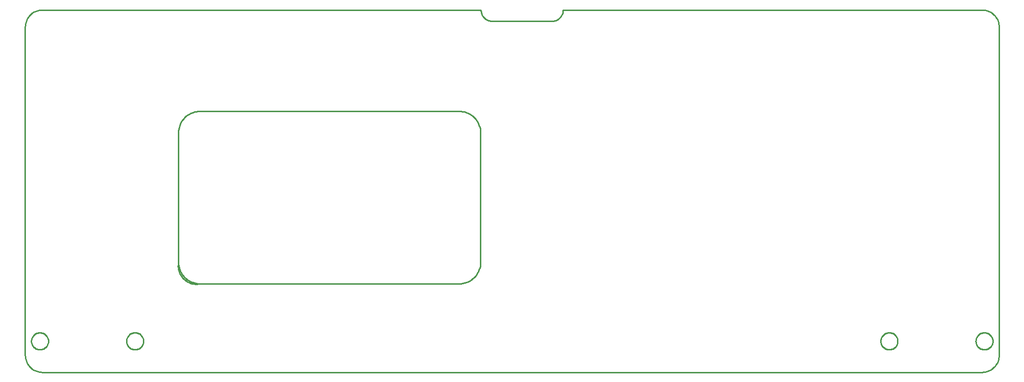
<source format=gko>
G04 EAGLE Gerber RS-274X export*
G75*
%MOMM*%
%FSLAX34Y34*%
%LPD*%
%IN*%
%IPPOS*%
%AMOC8*
5,1,8,0,0,1.08239X$1,22.5*%
G01*
%ADD10C,0.000000*%
%ADD11C,0.254000*%


D10*
X30000Y0D02*
X1690000Y0D01*
X0Y30000D02*
X0Y610000D01*
X30000Y640000D02*
X805000Y640000D01*
X950000Y640000D02*
X1690000Y640000D01*
X1720000Y610000D02*
X1720000Y30000D01*
X30000Y640000D02*
X29275Y639991D01*
X28551Y639965D01*
X27827Y639921D01*
X27105Y639860D01*
X26384Y639781D01*
X25665Y639685D01*
X24949Y639572D01*
X24236Y639441D01*
X23526Y639293D01*
X22821Y639128D01*
X22119Y638946D01*
X21422Y638747D01*
X20729Y638532D01*
X20043Y638299D01*
X19362Y638050D01*
X18687Y637785D01*
X18019Y637504D01*
X17358Y637206D01*
X16704Y636893D01*
X16058Y636564D01*
X15420Y636219D01*
X14791Y635859D01*
X14171Y635484D01*
X13560Y635094D01*
X12958Y634690D01*
X12366Y634271D01*
X11785Y633837D01*
X11214Y633390D01*
X10655Y632929D01*
X10106Y632455D01*
X9570Y631968D01*
X9045Y631468D01*
X8532Y630955D01*
X8032Y630430D01*
X7545Y629894D01*
X7071Y629345D01*
X6610Y628786D01*
X6163Y628215D01*
X5729Y627634D01*
X5310Y627042D01*
X4906Y626440D01*
X4516Y625829D01*
X4141Y625209D01*
X3781Y624580D01*
X3436Y623942D01*
X3107Y623296D01*
X2794Y622642D01*
X2496Y621981D01*
X2215Y621313D01*
X1950Y620638D01*
X1701Y619957D01*
X1468Y619271D01*
X1253Y618578D01*
X1054Y617881D01*
X872Y617179D01*
X707Y616474D01*
X559Y615764D01*
X428Y615051D01*
X315Y614335D01*
X219Y613616D01*
X140Y612895D01*
X79Y612173D01*
X35Y611449D01*
X9Y610725D01*
X0Y610000D01*
X1690000Y640000D02*
X1690725Y639991D01*
X1691449Y639965D01*
X1692173Y639921D01*
X1692895Y639860D01*
X1693616Y639781D01*
X1694335Y639685D01*
X1695051Y639572D01*
X1695764Y639441D01*
X1696474Y639293D01*
X1697179Y639128D01*
X1697881Y638946D01*
X1698578Y638747D01*
X1699271Y638532D01*
X1699957Y638299D01*
X1700638Y638050D01*
X1701313Y637785D01*
X1701981Y637504D01*
X1702642Y637206D01*
X1703296Y636893D01*
X1703942Y636564D01*
X1704580Y636219D01*
X1705209Y635859D01*
X1705829Y635484D01*
X1706440Y635094D01*
X1707042Y634690D01*
X1707634Y634271D01*
X1708215Y633837D01*
X1708786Y633390D01*
X1709345Y632929D01*
X1709894Y632455D01*
X1710430Y631968D01*
X1710955Y631468D01*
X1711468Y630955D01*
X1711968Y630430D01*
X1712455Y629894D01*
X1712929Y629345D01*
X1713390Y628786D01*
X1713837Y628215D01*
X1714271Y627634D01*
X1714690Y627042D01*
X1715094Y626440D01*
X1715484Y625829D01*
X1715859Y625209D01*
X1716219Y624580D01*
X1716564Y623942D01*
X1716893Y623296D01*
X1717206Y622642D01*
X1717504Y621981D01*
X1717785Y621313D01*
X1718050Y620638D01*
X1718299Y619957D01*
X1718532Y619271D01*
X1718747Y618578D01*
X1718946Y617881D01*
X1719128Y617179D01*
X1719293Y616474D01*
X1719441Y615764D01*
X1719572Y615051D01*
X1719685Y614335D01*
X1719781Y613616D01*
X1719860Y612895D01*
X1719921Y612173D01*
X1719965Y611449D01*
X1719991Y610725D01*
X1720000Y610000D01*
X30000Y0D02*
X29275Y9D01*
X28551Y35D01*
X27827Y79D01*
X27105Y140D01*
X26384Y219D01*
X25665Y315D01*
X24949Y428D01*
X24236Y559D01*
X23526Y707D01*
X22821Y872D01*
X22119Y1054D01*
X21422Y1253D01*
X20729Y1468D01*
X20043Y1701D01*
X19362Y1950D01*
X18687Y2215D01*
X18019Y2496D01*
X17358Y2794D01*
X16704Y3107D01*
X16058Y3436D01*
X15420Y3781D01*
X14791Y4141D01*
X14171Y4516D01*
X13560Y4906D01*
X12958Y5310D01*
X12366Y5729D01*
X11785Y6163D01*
X11214Y6610D01*
X10655Y7071D01*
X10106Y7545D01*
X9570Y8032D01*
X9045Y8532D01*
X8532Y9045D01*
X8032Y9570D01*
X7545Y10106D01*
X7071Y10655D01*
X6610Y11214D01*
X6163Y11785D01*
X5729Y12366D01*
X5310Y12958D01*
X4906Y13560D01*
X4516Y14171D01*
X4141Y14791D01*
X3781Y15420D01*
X3436Y16058D01*
X3107Y16704D01*
X2794Y17358D01*
X2496Y18019D01*
X2215Y18687D01*
X1950Y19362D01*
X1701Y20043D01*
X1468Y20729D01*
X1253Y21422D01*
X1054Y22119D01*
X872Y22821D01*
X707Y23526D01*
X559Y24236D01*
X428Y24949D01*
X315Y25665D01*
X219Y26384D01*
X140Y27105D01*
X79Y27827D01*
X35Y28551D01*
X9Y29275D01*
X0Y30000D01*
X1690000Y0D02*
X1690725Y9D01*
X1691449Y35D01*
X1692173Y79D01*
X1692895Y140D01*
X1693616Y219D01*
X1694335Y315D01*
X1695051Y428D01*
X1695764Y559D01*
X1696474Y707D01*
X1697179Y872D01*
X1697881Y1054D01*
X1698578Y1253D01*
X1699271Y1468D01*
X1699957Y1701D01*
X1700638Y1950D01*
X1701313Y2215D01*
X1701981Y2496D01*
X1702642Y2794D01*
X1703296Y3107D01*
X1703942Y3436D01*
X1704580Y3781D01*
X1705209Y4141D01*
X1705829Y4516D01*
X1706440Y4906D01*
X1707042Y5310D01*
X1707634Y5729D01*
X1708215Y6163D01*
X1708786Y6610D01*
X1709345Y7071D01*
X1709894Y7545D01*
X1710430Y8032D01*
X1710955Y8532D01*
X1711468Y9045D01*
X1711968Y9570D01*
X1712455Y10106D01*
X1712929Y10655D01*
X1713390Y11214D01*
X1713837Y11785D01*
X1714271Y12366D01*
X1714690Y12958D01*
X1715094Y13560D01*
X1715484Y14171D01*
X1715859Y14791D01*
X1716219Y15420D01*
X1716564Y16058D01*
X1716893Y16704D01*
X1717206Y17358D01*
X1717504Y18019D01*
X1717785Y18687D01*
X1718050Y19362D01*
X1718299Y20043D01*
X1718532Y20729D01*
X1718747Y21422D01*
X1718946Y22119D01*
X1719128Y22821D01*
X1719293Y23526D01*
X1719441Y24236D01*
X1719572Y24949D01*
X1719685Y25665D01*
X1719781Y26384D01*
X1719860Y27105D01*
X1719921Y27827D01*
X1719965Y28551D01*
X1719991Y29275D01*
X1720000Y30000D01*
X825000Y620000D02*
X824517Y620006D01*
X824034Y620023D01*
X823551Y620053D01*
X823070Y620093D01*
X822589Y620146D01*
X822110Y620210D01*
X821633Y620285D01*
X821157Y620373D01*
X820684Y620471D01*
X820214Y620581D01*
X819746Y620702D01*
X819281Y620835D01*
X818820Y620979D01*
X818362Y621134D01*
X817908Y621300D01*
X817458Y621477D01*
X817013Y621664D01*
X816572Y621863D01*
X816136Y622071D01*
X815706Y622291D01*
X815280Y622521D01*
X814861Y622761D01*
X814447Y623011D01*
X814040Y623271D01*
X813639Y623540D01*
X813244Y623820D01*
X812857Y624108D01*
X812476Y624407D01*
X812103Y624714D01*
X811738Y625030D01*
X811380Y625355D01*
X811030Y625688D01*
X810688Y626030D01*
X810355Y626380D01*
X810030Y626738D01*
X809714Y627103D01*
X809407Y627476D01*
X809108Y627857D01*
X808820Y628244D01*
X808540Y628639D01*
X808271Y629040D01*
X808011Y629447D01*
X807761Y629861D01*
X807521Y630280D01*
X807291Y630706D01*
X807071Y631136D01*
X806863Y631572D01*
X806664Y632013D01*
X806477Y632458D01*
X806300Y632908D01*
X806134Y633362D01*
X805979Y633820D01*
X805835Y634281D01*
X805702Y634746D01*
X805581Y635214D01*
X805471Y635684D01*
X805373Y636157D01*
X805285Y636633D01*
X805210Y637110D01*
X805146Y637589D01*
X805093Y638070D01*
X805053Y638551D01*
X805023Y639034D01*
X805006Y639517D01*
X805000Y640000D01*
X825000Y620000D02*
X930000Y620000D01*
X930483Y620006D01*
X930966Y620023D01*
X931449Y620053D01*
X931930Y620093D01*
X932411Y620146D01*
X932890Y620210D01*
X933367Y620285D01*
X933843Y620373D01*
X934316Y620471D01*
X934786Y620581D01*
X935254Y620702D01*
X935719Y620835D01*
X936180Y620979D01*
X936638Y621134D01*
X937092Y621300D01*
X937542Y621477D01*
X937987Y621664D01*
X938428Y621863D01*
X938864Y622071D01*
X939294Y622291D01*
X939720Y622521D01*
X940139Y622761D01*
X940553Y623011D01*
X940960Y623271D01*
X941361Y623540D01*
X941756Y623820D01*
X942143Y624108D01*
X942524Y624407D01*
X942897Y624714D01*
X943262Y625030D01*
X943620Y625355D01*
X943970Y625688D01*
X944312Y626030D01*
X944645Y626380D01*
X944970Y626738D01*
X945286Y627103D01*
X945593Y627476D01*
X945892Y627857D01*
X946180Y628244D01*
X946460Y628639D01*
X946729Y629040D01*
X946989Y629447D01*
X947239Y629861D01*
X947479Y630280D01*
X947709Y630706D01*
X947929Y631136D01*
X948137Y631572D01*
X948336Y632013D01*
X948523Y632458D01*
X948700Y632908D01*
X948866Y633362D01*
X949021Y633820D01*
X949165Y634281D01*
X949298Y634746D01*
X949419Y635214D01*
X949529Y635684D01*
X949627Y636157D01*
X949715Y636633D01*
X949790Y637110D01*
X949854Y637589D01*
X949907Y638070D01*
X949947Y638551D01*
X949977Y639034D01*
X949994Y639517D01*
X950000Y640000D01*
X766100Y461100D02*
X308900Y461100D01*
X270800Y423000D02*
X270800Y194400D01*
X308900Y156300D02*
X766100Y156300D01*
X804200Y194400D02*
X804200Y423000D01*
X308900Y461100D02*
X307979Y461089D01*
X307059Y461056D01*
X306140Y461000D01*
X305223Y460922D01*
X304308Y460822D01*
X303395Y460700D01*
X302486Y460556D01*
X301580Y460390D01*
X300679Y460202D01*
X299782Y459993D01*
X298891Y459762D01*
X298005Y459509D01*
X297126Y459235D01*
X296254Y458940D01*
X295390Y458624D01*
X294533Y458287D01*
X293684Y457930D01*
X292845Y457552D01*
X292014Y457154D01*
X291194Y456736D01*
X290384Y456298D01*
X289585Y455841D01*
X288797Y455365D01*
X288021Y454870D01*
X287257Y454356D01*
X286505Y453824D01*
X285767Y453273D01*
X285042Y452706D01*
X284332Y452120D01*
X283635Y451518D01*
X282953Y450899D01*
X282287Y450264D01*
X281636Y449613D01*
X281001Y448947D01*
X280382Y448265D01*
X279780Y447568D01*
X279194Y446858D01*
X278627Y446133D01*
X278076Y445395D01*
X277544Y444643D01*
X277030Y443879D01*
X276535Y443103D01*
X276059Y442315D01*
X275602Y441516D01*
X275164Y440706D01*
X274746Y439886D01*
X274348Y439055D01*
X273970Y438216D01*
X273613Y437367D01*
X273276Y436510D01*
X272960Y435646D01*
X272665Y434774D01*
X272391Y433895D01*
X272138Y433009D01*
X271907Y432118D01*
X271698Y431221D01*
X271510Y430320D01*
X271344Y429414D01*
X271200Y428505D01*
X271078Y427592D01*
X270978Y426677D01*
X270900Y425760D01*
X270844Y424841D01*
X270811Y423921D01*
X270800Y423000D01*
X766100Y461100D02*
X767021Y461089D01*
X767941Y461056D01*
X768860Y461000D01*
X769777Y460922D01*
X770692Y460822D01*
X771605Y460700D01*
X772514Y460556D01*
X773420Y460390D01*
X774321Y460202D01*
X775218Y459993D01*
X776109Y459762D01*
X776995Y459509D01*
X777874Y459235D01*
X778746Y458940D01*
X779610Y458624D01*
X780467Y458287D01*
X781316Y457930D01*
X782155Y457552D01*
X782986Y457154D01*
X783806Y456736D01*
X784616Y456298D01*
X785415Y455841D01*
X786203Y455365D01*
X786979Y454870D01*
X787743Y454356D01*
X788495Y453824D01*
X789233Y453273D01*
X789958Y452706D01*
X790668Y452120D01*
X791365Y451518D01*
X792047Y450899D01*
X792713Y450264D01*
X793364Y449613D01*
X793999Y448947D01*
X794618Y448265D01*
X795220Y447568D01*
X795806Y446858D01*
X796373Y446133D01*
X796924Y445395D01*
X797456Y444643D01*
X797970Y443879D01*
X798465Y443103D01*
X798941Y442315D01*
X799398Y441516D01*
X799836Y440706D01*
X800254Y439886D01*
X800652Y439055D01*
X801030Y438216D01*
X801387Y437367D01*
X801724Y436510D01*
X802040Y435646D01*
X802335Y434774D01*
X802609Y433895D01*
X802862Y433009D01*
X803093Y432118D01*
X803302Y431221D01*
X803490Y430320D01*
X803656Y429414D01*
X803800Y428505D01*
X803922Y427592D01*
X804022Y426677D01*
X804100Y425760D01*
X804156Y424841D01*
X804189Y423921D01*
X804200Y423000D01*
X804200Y194400D02*
X804189Y193479D01*
X804156Y192559D01*
X804100Y191640D01*
X804022Y190723D01*
X803922Y189808D01*
X803800Y188895D01*
X803656Y187986D01*
X803490Y187080D01*
X803302Y186179D01*
X803093Y185282D01*
X802862Y184391D01*
X802609Y183505D01*
X802335Y182626D01*
X802040Y181754D01*
X801724Y180890D01*
X801387Y180033D01*
X801030Y179184D01*
X800652Y178345D01*
X800254Y177514D01*
X799836Y176694D01*
X799398Y175884D01*
X798941Y175085D01*
X798465Y174297D01*
X797970Y173521D01*
X797456Y172757D01*
X796924Y172005D01*
X796373Y171267D01*
X795806Y170542D01*
X795220Y169832D01*
X794618Y169135D01*
X793999Y168453D01*
X793364Y167787D01*
X792713Y167136D01*
X792047Y166501D01*
X791365Y165882D01*
X790668Y165280D01*
X789958Y164694D01*
X789233Y164127D01*
X788495Y163576D01*
X787743Y163044D01*
X786979Y162530D01*
X786203Y162035D01*
X785415Y161559D01*
X784616Y161102D01*
X783806Y160664D01*
X782986Y160246D01*
X782155Y159848D01*
X781316Y159470D01*
X780467Y159113D01*
X779610Y158776D01*
X778746Y158460D01*
X777874Y158165D01*
X776995Y157891D01*
X776109Y157638D01*
X775218Y157407D01*
X774321Y157198D01*
X773420Y157010D01*
X772514Y156844D01*
X771605Y156700D01*
X770692Y156578D01*
X769777Y156478D01*
X768860Y156400D01*
X767941Y156344D01*
X767021Y156311D01*
X766100Y156300D01*
X308900Y156300D02*
X307979Y156311D01*
X307059Y156344D01*
X306140Y156400D01*
X305223Y156478D01*
X304308Y156578D01*
X303395Y156700D01*
X302486Y156844D01*
X301580Y157010D01*
X300679Y157198D01*
X299782Y157407D01*
X298891Y157638D01*
X298005Y157891D01*
X297126Y158165D01*
X296254Y158460D01*
X295390Y158776D01*
X294533Y159113D01*
X293684Y159470D01*
X292845Y159848D01*
X292014Y160246D01*
X291194Y160664D01*
X290384Y161102D01*
X289585Y161559D01*
X288797Y162035D01*
X288021Y162530D01*
X287257Y163044D01*
X286505Y163576D01*
X285767Y164127D01*
X285042Y164694D01*
X284332Y165280D01*
X283635Y165882D01*
X282953Y166501D01*
X282287Y167136D01*
X281636Y167787D01*
X281001Y168453D01*
X280382Y169135D01*
X279780Y169832D01*
X279194Y170542D01*
X278627Y171267D01*
X278076Y172005D01*
X277544Y172757D01*
X277030Y173521D01*
X276535Y174297D01*
X276059Y175085D01*
X275602Y175884D01*
X275164Y176694D01*
X274746Y177514D01*
X274348Y178345D01*
X273970Y179184D01*
X273613Y180033D01*
X273276Y180890D01*
X272960Y181754D01*
X272665Y182626D01*
X272391Y183505D01*
X272138Y184391D01*
X271907Y185282D01*
X271698Y186179D01*
X271510Y187080D01*
X271344Y187986D01*
X271200Y188895D01*
X271078Y189808D01*
X270978Y190723D01*
X270900Y191640D01*
X270844Y192559D01*
X270811Y193479D01*
X270800Y194400D01*
X179000Y54900D02*
X179005Y55268D01*
X179018Y55636D01*
X179041Y56003D01*
X179072Y56370D01*
X179113Y56736D01*
X179162Y57101D01*
X179221Y57464D01*
X179288Y57826D01*
X179364Y58187D01*
X179450Y58545D01*
X179543Y58901D01*
X179646Y59254D01*
X179757Y59605D01*
X179877Y59953D01*
X180005Y60298D01*
X180142Y60640D01*
X180287Y60979D01*
X180440Y61313D01*
X180602Y61644D01*
X180771Y61971D01*
X180949Y62293D01*
X181134Y62612D01*
X181327Y62925D01*
X181528Y63234D01*
X181736Y63537D01*
X181952Y63835D01*
X182175Y64128D01*
X182405Y64416D01*
X182642Y64698D01*
X182886Y64973D01*
X183136Y65243D01*
X183393Y65507D01*
X183657Y65764D01*
X183927Y66014D01*
X184202Y66258D01*
X184484Y66495D01*
X184772Y66725D01*
X185065Y66948D01*
X185363Y67164D01*
X185666Y67372D01*
X185975Y67573D01*
X186288Y67766D01*
X186607Y67951D01*
X186929Y68129D01*
X187256Y68298D01*
X187587Y68460D01*
X187921Y68613D01*
X188260Y68758D01*
X188602Y68895D01*
X188947Y69023D01*
X189295Y69143D01*
X189646Y69254D01*
X189999Y69357D01*
X190355Y69450D01*
X190713Y69536D01*
X191074Y69612D01*
X191436Y69679D01*
X191799Y69738D01*
X192164Y69787D01*
X192530Y69828D01*
X192897Y69859D01*
X193264Y69882D01*
X193632Y69895D01*
X194000Y69900D01*
X194368Y69895D01*
X194736Y69882D01*
X195103Y69859D01*
X195470Y69828D01*
X195836Y69787D01*
X196201Y69738D01*
X196564Y69679D01*
X196926Y69612D01*
X197287Y69536D01*
X197645Y69450D01*
X198001Y69357D01*
X198354Y69254D01*
X198705Y69143D01*
X199053Y69023D01*
X199398Y68895D01*
X199740Y68758D01*
X200079Y68613D01*
X200413Y68460D01*
X200744Y68298D01*
X201071Y68129D01*
X201393Y67951D01*
X201712Y67766D01*
X202025Y67573D01*
X202334Y67372D01*
X202637Y67164D01*
X202935Y66948D01*
X203228Y66725D01*
X203516Y66495D01*
X203798Y66258D01*
X204073Y66014D01*
X204343Y65764D01*
X204607Y65507D01*
X204864Y65243D01*
X205114Y64973D01*
X205358Y64698D01*
X205595Y64416D01*
X205825Y64128D01*
X206048Y63835D01*
X206264Y63537D01*
X206472Y63234D01*
X206673Y62925D01*
X206866Y62612D01*
X207051Y62293D01*
X207229Y61971D01*
X207398Y61644D01*
X207560Y61313D01*
X207713Y60979D01*
X207858Y60640D01*
X207995Y60298D01*
X208123Y59953D01*
X208243Y59605D01*
X208354Y59254D01*
X208457Y58901D01*
X208550Y58545D01*
X208636Y58187D01*
X208712Y57826D01*
X208779Y57464D01*
X208838Y57101D01*
X208887Y56736D01*
X208928Y56370D01*
X208959Y56003D01*
X208982Y55636D01*
X208995Y55268D01*
X209000Y54900D01*
X208995Y54532D01*
X208982Y54164D01*
X208959Y53797D01*
X208928Y53430D01*
X208887Y53064D01*
X208838Y52699D01*
X208779Y52336D01*
X208712Y51974D01*
X208636Y51613D01*
X208550Y51255D01*
X208457Y50899D01*
X208354Y50546D01*
X208243Y50195D01*
X208123Y49847D01*
X207995Y49502D01*
X207858Y49160D01*
X207713Y48821D01*
X207560Y48487D01*
X207398Y48156D01*
X207229Y47829D01*
X207051Y47507D01*
X206866Y47188D01*
X206673Y46875D01*
X206472Y46566D01*
X206264Y46263D01*
X206048Y45965D01*
X205825Y45672D01*
X205595Y45384D01*
X205358Y45102D01*
X205114Y44827D01*
X204864Y44557D01*
X204607Y44293D01*
X204343Y44036D01*
X204073Y43786D01*
X203798Y43542D01*
X203516Y43305D01*
X203228Y43075D01*
X202935Y42852D01*
X202637Y42636D01*
X202334Y42428D01*
X202025Y42227D01*
X201712Y42034D01*
X201393Y41849D01*
X201071Y41671D01*
X200744Y41502D01*
X200413Y41340D01*
X200079Y41187D01*
X199740Y41042D01*
X199398Y40905D01*
X199053Y40777D01*
X198705Y40657D01*
X198354Y40546D01*
X198001Y40443D01*
X197645Y40350D01*
X197287Y40264D01*
X196926Y40188D01*
X196564Y40121D01*
X196201Y40062D01*
X195836Y40013D01*
X195470Y39972D01*
X195103Y39941D01*
X194736Y39918D01*
X194368Y39905D01*
X194000Y39900D01*
X193632Y39905D01*
X193264Y39918D01*
X192897Y39941D01*
X192530Y39972D01*
X192164Y40013D01*
X191799Y40062D01*
X191436Y40121D01*
X191074Y40188D01*
X190713Y40264D01*
X190355Y40350D01*
X189999Y40443D01*
X189646Y40546D01*
X189295Y40657D01*
X188947Y40777D01*
X188602Y40905D01*
X188260Y41042D01*
X187921Y41187D01*
X187587Y41340D01*
X187256Y41502D01*
X186929Y41671D01*
X186607Y41849D01*
X186288Y42034D01*
X185975Y42227D01*
X185666Y42428D01*
X185363Y42636D01*
X185065Y42852D01*
X184772Y43075D01*
X184484Y43305D01*
X184202Y43542D01*
X183927Y43786D01*
X183657Y44036D01*
X183393Y44293D01*
X183136Y44557D01*
X182886Y44827D01*
X182642Y45102D01*
X182405Y45384D01*
X182175Y45672D01*
X181952Y45965D01*
X181736Y46263D01*
X181528Y46566D01*
X181327Y46875D01*
X181134Y47188D01*
X180949Y47507D01*
X180771Y47829D01*
X180602Y48156D01*
X180440Y48487D01*
X180287Y48821D01*
X180142Y49160D01*
X180005Y49502D01*
X179877Y49847D01*
X179757Y50195D01*
X179646Y50546D01*
X179543Y50899D01*
X179450Y51255D01*
X179364Y51613D01*
X179288Y51974D01*
X179221Y52336D01*
X179162Y52699D01*
X179113Y53064D01*
X179072Y53430D01*
X179041Y53797D01*
X179018Y54164D01*
X179005Y54532D01*
X179000Y54900D01*
X11000Y54900D02*
X11005Y55268D01*
X11018Y55636D01*
X11041Y56003D01*
X11072Y56370D01*
X11113Y56736D01*
X11162Y57101D01*
X11221Y57464D01*
X11288Y57826D01*
X11364Y58187D01*
X11450Y58545D01*
X11543Y58901D01*
X11646Y59254D01*
X11757Y59605D01*
X11877Y59953D01*
X12005Y60298D01*
X12142Y60640D01*
X12287Y60979D01*
X12440Y61313D01*
X12602Y61644D01*
X12771Y61971D01*
X12949Y62293D01*
X13134Y62612D01*
X13327Y62925D01*
X13528Y63234D01*
X13736Y63537D01*
X13952Y63835D01*
X14175Y64128D01*
X14405Y64416D01*
X14642Y64698D01*
X14886Y64973D01*
X15136Y65243D01*
X15393Y65507D01*
X15657Y65764D01*
X15927Y66014D01*
X16202Y66258D01*
X16484Y66495D01*
X16772Y66725D01*
X17065Y66948D01*
X17363Y67164D01*
X17666Y67372D01*
X17975Y67573D01*
X18288Y67766D01*
X18607Y67951D01*
X18929Y68129D01*
X19256Y68298D01*
X19587Y68460D01*
X19921Y68613D01*
X20260Y68758D01*
X20602Y68895D01*
X20947Y69023D01*
X21295Y69143D01*
X21646Y69254D01*
X21999Y69357D01*
X22355Y69450D01*
X22713Y69536D01*
X23074Y69612D01*
X23436Y69679D01*
X23799Y69738D01*
X24164Y69787D01*
X24530Y69828D01*
X24897Y69859D01*
X25264Y69882D01*
X25632Y69895D01*
X26000Y69900D01*
X26368Y69895D01*
X26736Y69882D01*
X27103Y69859D01*
X27470Y69828D01*
X27836Y69787D01*
X28201Y69738D01*
X28564Y69679D01*
X28926Y69612D01*
X29287Y69536D01*
X29645Y69450D01*
X30001Y69357D01*
X30354Y69254D01*
X30705Y69143D01*
X31053Y69023D01*
X31398Y68895D01*
X31740Y68758D01*
X32079Y68613D01*
X32413Y68460D01*
X32744Y68298D01*
X33071Y68129D01*
X33393Y67951D01*
X33712Y67766D01*
X34025Y67573D01*
X34334Y67372D01*
X34637Y67164D01*
X34935Y66948D01*
X35228Y66725D01*
X35516Y66495D01*
X35798Y66258D01*
X36073Y66014D01*
X36343Y65764D01*
X36607Y65507D01*
X36864Y65243D01*
X37114Y64973D01*
X37358Y64698D01*
X37595Y64416D01*
X37825Y64128D01*
X38048Y63835D01*
X38264Y63537D01*
X38472Y63234D01*
X38673Y62925D01*
X38866Y62612D01*
X39051Y62293D01*
X39229Y61971D01*
X39398Y61644D01*
X39560Y61313D01*
X39713Y60979D01*
X39858Y60640D01*
X39995Y60298D01*
X40123Y59953D01*
X40243Y59605D01*
X40354Y59254D01*
X40457Y58901D01*
X40550Y58545D01*
X40636Y58187D01*
X40712Y57826D01*
X40779Y57464D01*
X40838Y57101D01*
X40887Y56736D01*
X40928Y56370D01*
X40959Y56003D01*
X40982Y55636D01*
X40995Y55268D01*
X41000Y54900D01*
X40995Y54532D01*
X40982Y54164D01*
X40959Y53797D01*
X40928Y53430D01*
X40887Y53064D01*
X40838Y52699D01*
X40779Y52336D01*
X40712Y51974D01*
X40636Y51613D01*
X40550Y51255D01*
X40457Y50899D01*
X40354Y50546D01*
X40243Y50195D01*
X40123Y49847D01*
X39995Y49502D01*
X39858Y49160D01*
X39713Y48821D01*
X39560Y48487D01*
X39398Y48156D01*
X39229Y47829D01*
X39051Y47507D01*
X38866Y47188D01*
X38673Y46875D01*
X38472Y46566D01*
X38264Y46263D01*
X38048Y45965D01*
X37825Y45672D01*
X37595Y45384D01*
X37358Y45102D01*
X37114Y44827D01*
X36864Y44557D01*
X36607Y44293D01*
X36343Y44036D01*
X36073Y43786D01*
X35798Y43542D01*
X35516Y43305D01*
X35228Y43075D01*
X34935Y42852D01*
X34637Y42636D01*
X34334Y42428D01*
X34025Y42227D01*
X33712Y42034D01*
X33393Y41849D01*
X33071Y41671D01*
X32744Y41502D01*
X32413Y41340D01*
X32079Y41187D01*
X31740Y41042D01*
X31398Y40905D01*
X31053Y40777D01*
X30705Y40657D01*
X30354Y40546D01*
X30001Y40443D01*
X29645Y40350D01*
X29287Y40264D01*
X28926Y40188D01*
X28564Y40121D01*
X28201Y40062D01*
X27836Y40013D01*
X27470Y39972D01*
X27103Y39941D01*
X26736Y39918D01*
X26368Y39905D01*
X26000Y39900D01*
X25632Y39905D01*
X25264Y39918D01*
X24897Y39941D01*
X24530Y39972D01*
X24164Y40013D01*
X23799Y40062D01*
X23436Y40121D01*
X23074Y40188D01*
X22713Y40264D01*
X22355Y40350D01*
X21999Y40443D01*
X21646Y40546D01*
X21295Y40657D01*
X20947Y40777D01*
X20602Y40905D01*
X20260Y41042D01*
X19921Y41187D01*
X19587Y41340D01*
X19256Y41502D01*
X18929Y41671D01*
X18607Y41849D01*
X18288Y42034D01*
X17975Y42227D01*
X17666Y42428D01*
X17363Y42636D01*
X17065Y42852D01*
X16772Y43075D01*
X16484Y43305D01*
X16202Y43542D01*
X15927Y43786D01*
X15657Y44036D01*
X15393Y44293D01*
X15136Y44557D01*
X14886Y44827D01*
X14642Y45102D01*
X14405Y45384D01*
X14175Y45672D01*
X13952Y45965D01*
X13736Y46263D01*
X13528Y46566D01*
X13327Y46875D01*
X13134Y47188D01*
X12949Y47507D01*
X12771Y47829D01*
X12602Y48156D01*
X12440Y48487D01*
X12287Y48821D01*
X12142Y49160D01*
X12005Y49502D01*
X11877Y49847D01*
X11757Y50195D01*
X11646Y50546D01*
X11543Y50899D01*
X11450Y51255D01*
X11364Y51613D01*
X11288Y51974D01*
X11221Y52336D01*
X11162Y52699D01*
X11113Y53064D01*
X11072Y53430D01*
X11041Y53797D01*
X11018Y54164D01*
X11005Y54532D01*
X11000Y54900D01*
X1679000Y54900D02*
X1679005Y55268D01*
X1679018Y55636D01*
X1679041Y56003D01*
X1679072Y56370D01*
X1679113Y56736D01*
X1679162Y57101D01*
X1679221Y57464D01*
X1679288Y57826D01*
X1679364Y58187D01*
X1679450Y58545D01*
X1679543Y58901D01*
X1679646Y59254D01*
X1679757Y59605D01*
X1679877Y59953D01*
X1680005Y60298D01*
X1680142Y60640D01*
X1680287Y60979D01*
X1680440Y61313D01*
X1680602Y61644D01*
X1680771Y61971D01*
X1680949Y62293D01*
X1681134Y62612D01*
X1681327Y62925D01*
X1681528Y63234D01*
X1681736Y63537D01*
X1681952Y63835D01*
X1682175Y64128D01*
X1682405Y64416D01*
X1682642Y64698D01*
X1682886Y64973D01*
X1683136Y65243D01*
X1683393Y65507D01*
X1683657Y65764D01*
X1683927Y66014D01*
X1684202Y66258D01*
X1684484Y66495D01*
X1684772Y66725D01*
X1685065Y66948D01*
X1685363Y67164D01*
X1685666Y67372D01*
X1685975Y67573D01*
X1686288Y67766D01*
X1686607Y67951D01*
X1686929Y68129D01*
X1687256Y68298D01*
X1687587Y68460D01*
X1687921Y68613D01*
X1688260Y68758D01*
X1688602Y68895D01*
X1688947Y69023D01*
X1689295Y69143D01*
X1689646Y69254D01*
X1689999Y69357D01*
X1690355Y69450D01*
X1690713Y69536D01*
X1691074Y69612D01*
X1691436Y69679D01*
X1691799Y69738D01*
X1692164Y69787D01*
X1692530Y69828D01*
X1692897Y69859D01*
X1693264Y69882D01*
X1693632Y69895D01*
X1694000Y69900D01*
X1694368Y69895D01*
X1694736Y69882D01*
X1695103Y69859D01*
X1695470Y69828D01*
X1695836Y69787D01*
X1696201Y69738D01*
X1696564Y69679D01*
X1696926Y69612D01*
X1697287Y69536D01*
X1697645Y69450D01*
X1698001Y69357D01*
X1698354Y69254D01*
X1698705Y69143D01*
X1699053Y69023D01*
X1699398Y68895D01*
X1699740Y68758D01*
X1700079Y68613D01*
X1700413Y68460D01*
X1700744Y68298D01*
X1701071Y68129D01*
X1701393Y67951D01*
X1701712Y67766D01*
X1702025Y67573D01*
X1702334Y67372D01*
X1702637Y67164D01*
X1702935Y66948D01*
X1703228Y66725D01*
X1703516Y66495D01*
X1703798Y66258D01*
X1704073Y66014D01*
X1704343Y65764D01*
X1704607Y65507D01*
X1704864Y65243D01*
X1705114Y64973D01*
X1705358Y64698D01*
X1705595Y64416D01*
X1705825Y64128D01*
X1706048Y63835D01*
X1706264Y63537D01*
X1706472Y63234D01*
X1706673Y62925D01*
X1706866Y62612D01*
X1707051Y62293D01*
X1707229Y61971D01*
X1707398Y61644D01*
X1707560Y61313D01*
X1707713Y60979D01*
X1707858Y60640D01*
X1707995Y60298D01*
X1708123Y59953D01*
X1708243Y59605D01*
X1708354Y59254D01*
X1708457Y58901D01*
X1708550Y58545D01*
X1708636Y58187D01*
X1708712Y57826D01*
X1708779Y57464D01*
X1708838Y57101D01*
X1708887Y56736D01*
X1708928Y56370D01*
X1708959Y56003D01*
X1708982Y55636D01*
X1708995Y55268D01*
X1709000Y54900D01*
X1708995Y54532D01*
X1708982Y54164D01*
X1708959Y53797D01*
X1708928Y53430D01*
X1708887Y53064D01*
X1708838Y52699D01*
X1708779Y52336D01*
X1708712Y51974D01*
X1708636Y51613D01*
X1708550Y51255D01*
X1708457Y50899D01*
X1708354Y50546D01*
X1708243Y50195D01*
X1708123Y49847D01*
X1707995Y49502D01*
X1707858Y49160D01*
X1707713Y48821D01*
X1707560Y48487D01*
X1707398Y48156D01*
X1707229Y47829D01*
X1707051Y47507D01*
X1706866Y47188D01*
X1706673Y46875D01*
X1706472Y46566D01*
X1706264Y46263D01*
X1706048Y45965D01*
X1705825Y45672D01*
X1705595Y45384D01*
X1705358Y45102D01*
X1705114Y44827D01*
X1704864Y44557D01*
X1704607Y44293D01*
X1704343Y44036D01*
X1704073Y43786D01*
X1703798Y43542D01*
X1703516Y43305D01*
X1703228Y43075D01*
X1702935Y42852D01*
X1702637Y42636D01*
X1702334Y42428D01*
X1702025Y42227D01*
X1701712Y42034D01*
X1701393Y41849D01*
X1701071Y41671D01*
X1700744Y41502D01*
X1700413Y41340D01*
X1700079Y41187D01*
X1699740Y41042D01*
X1699398Y40905D01*
X1699053Y40777D01*
X1698705Y40657D01*
X1698354Y40546D01*
X1698001Y40443D01*
X1697645Y40350D01*
X1697287Y40264D01*
X1696926Y40188D01*
X1696564Y40121D01*
X1696201Y40062D01*
X1695836Y40013D01*
X1695470Y39972D01*
X1695103Y39941D01*
X1694736Y39918D01*
X1694368Y39905D01*
X1694000Y39900D01*
X1693632Y39905D01*
X1693264Y39918D01*
X1692897Y39941D01*
X1692530Y39972D01*
X1692164Y40013D01*
X1691799Y40062D01*
X1691436Y40121D01*
X1691074Y40188D01*
X1690713Y40264D01*
X1690355Y40350D01*
X1689999Y40443D01*
X1689646Y40546D01*
X1689295Y40657D01*
X1688947Y40777D01*
X1688602Y40905D01*
X1688260Y41042D01*
X1687921Y41187D01*
X1687587Y41340D01*
X1687256Y41502D01*
X1686929Y41671D01*
X1686607Y41849D01*
X1686288Y42034D01*
X1685975Y42227D01*
X1685666Y42428D01*
X1685363Y42636D01*
X1685065Y42852D01*
X1684772Y43075D01*
X1684484Y43305D01*
X1684202Y43542D01*
X1683927Y43786D01*
X1683657Y44036D01*
X1683393Y44293D01*
X1683136Y44557D01*
X1682886Y44827D01*
X1682642Y45102D01*
X1682405Y45384D01*
X1682175Y45672D01*
X1681952Y45965D01*
X1681736Y46263D01*
X1681528Y46566D01*
X1681327Y46875D01*
X1681134Y47188D01*
X1680949Y47507D01*
X1680771Y47829D01*
X1680602Y48156D01*
X1680440Y48487D01*
X1680287Y48821D01*
X1680142Y49160D01*
X1680005Y49502D01*
X1679877Y49847D01*
X1679757Y50195D01*
X1679646Y50546D01*
X1679543Y50899D01*
X1679450Y51255D01*
X1679364Y51613D01*
X1679288Y51974D01*
X1679221Y52336D01*
X1679162Y52699D01*
X1679113Y53064D01*
X1679072Y53430D01*
X1679041Y53797D01*
X1679018Y54164D01*
X1679005Y54532D01*
X1679000Y54900D01*
X1511000Y54900D02*
X1511005Y55268D01*
X1511018Y55636D01*
X1511041Y56003D01*
X1511072Y56370D01*
X1511113Y56736D01*
X1511162Y57101D01*
X1511221Y57464D01*
X1511288Y57826D01*
X1511364Y58187D01*
X1511450Y58545D01*
X1511543Y58901D01*
X1511646Y59254D01*
X1511757Y59605D01*
X1511877Y59953D01*
X1512005Y60298D01*
X1512142Y60640D01*
X1512287Y60979D01*
X1512440Y61313D01*
X1512602Y61644D01*
X1512771Y61971D01*
X1512949Y62293D01*
X1513134Y62612D01*
X1513327Y62925D01*
X1513528Y63234D01*
X1513736Y63537D01*
X1513952Y63835D01*
X1514175Y64128D01*
X1514405Y64416D01*
X1514642Y64698D01*
X1514886Y64973D01*
X1515136Y65243D01*
X1515393Y65507D01*
X1515657Y65764D01*
X1515927Y66014D01*
X1516202Y66258D01*
X1516484Y66495D01*
X1516772Y66725D01*
X1517065Y66948D01*
X1517363Y67164D01*
X1517666Y67372D01*
X1517975Y67573D01*
X1518288Y67766D01*
X1518607Y67951D01*
X1518929Y68129D01*
X1519256Y68298D01*
X1519587Y68460D01*
X1519921Y68613D01*
X1520260Y68758D01*
X1520602Y68895D01*
X1520947Y69023D01*
X1521295Y69143D01*
X1521646Y69254D01*
X1521999Y69357D01*
X1522355Y69450D01*
X1522713Y69536D01*
X1523074Y69612D01*
X1523436Y69679D01*
X1523799Y69738D01*
X1524164Y69787D01*
X1524530Y69828D01*
X1524897Y69859D01*
X1525264Y69882D01*
X1525632Y69895D01*
X1526000Y69900D01*
X1526368Y69895D01*
X1526736Y69882D01*
X1527103Y69859D01*
X1527470Y69828D01*
X1527836Y69787D01*
X1528201Y69738D01*
X1528564Y69679D01*
X1528926Y69612D01*
X1529287Y69536D01*
X1529645Y69450D01*
X1530001Y69357D01*
X1530354Y69254D01*
X1530705Y69143D01*
X1531053Y69023D01*
X1531398Y68895D01*
X1531740Y68758D01*
X1532079Y68613D01*
X1532413Y68460D01*
X1532744Y68298D01*
X1533071Y68129D01*
X1533393Y67951D01*
X1533712Y67766D01*
X1534025Y67573D01*
X1534334Y67372D01*
X1534637Y67164D01*
X1534935Y66948D01*
X1535228Y66725D01*
X1535516Y66495D01*
X1535798Y66258D01*
X1536073Y66014D01*
X1536343Y65764D01*
X1536607Y65507D01*
X1536864Y65243D01*
X1537114Y64973D01*
X1537358Y64698D01*
X1537595Y64416D01*
X1537825Y64128D01*
X1538048Y63835D01*
X1538264Y63537D01*
X1538472Y63234D01*
X1538673Y62925D01*
X1538866Y62612D01*
X1539051Y62293D01*
X1539229Y61971D01*
X1539398Y61644D01*
X1539560Y61313D01*
X1539713Y60979D01*
X1539858Y60640D01*
X1539995Y60298D01*
X1540123Y59953D01*
X1540243Y59605D01*
X1540354Y59254D01*
X1540457Y58901D01*
X1540550Y58545D01*
X1540636Y58187D01*
X1540712Y57826D01*
X1540779Y57464D01*
X1540838Y57101D01*
X1540887Y56736D01*
X1540928Y56370D01*
X1540959Y56003D01*
X1540982Y55636D01*
X1540995Y55268D01*
X1541000Y54900D01*
X1540995Y54532D01*
X1540982Y54164D01*
X1540959Y53797D01*
X1540928Y53430D01*
X1540887Y53064D01*
X1540838Y52699D01*
X1540779Y52336D01*
X1540712Y51974D01*
X1540636Y51613D01*
X1540550Y51255D01*
X1540457Y50899D01*
X1540354Y50546D01*
X1540243Y50195D01*
X1540123Y49847D01*
X1539995Y49502D01*
X1539858Y49160D01*
X1539713Y48821D01*
X1539560Y48487D01*
X1539398Y48156D01*
X1539229Y47829D01*
X1539051Y47507D01*
X1538866Y47188D01*
X1538673Y46875D01*
X1538472Y46566D01*
X1538264Y46263D01*
X1538048Y45965D01*
X1537825Y45672D01*
X1537595Y45384D01*
X1537358Y45102D01*
X1537114Y44827D01*
X1536864Y44557D01*
X1536607Y44293D01*
X1536343Y44036D01*
X1536073Y43786D01*
X1535798Y43542D01*
X1535516Y43305D01*
X1535228Y43075D01*
X1534935Y42852D01*
X1534637Y42636D01*
X1534334Y42428D01*
X1534025Y42227D01*
X1533712Y42034D01*
X1533393Y41849D01*
X1533071Y41671D01*
X1532744Y41502D01*
X1532413Y41340D01*
X1532079Y41187D01*
X1531740Y41042D01*
X1531398Y40905D01*
X1531053Y40777D01*
X1530705Y40657D01*
X1530354Y40546D01*
X1530001Y40443D01*
X1529645Y40350D01*
X1529287Y40264D01*
X1528926Y40188D01*
X1528564Y40121D01*
X1528201Y40062D01*
X1527836Y40013D01*
X1527470Y39972D01*
X1527103Y39941D01*
X1526736Y39918D01*
X1526368Y39905D01*
X1526000Y39900D01*
X1525632Y39905D01*
X1525264Y39918D01*
X1524897Y39941D01*
X1524530Y39972D01*
X1524164Y40013D01*
X1523799Y40062D01*
X1523436Y40121D01*
X1523074Y40188D01*
X1522713Y40264D01*
X1522355Y40350D01*
X1521999Y40443D01*
X1521646Y40546D01*
X1521295Y40657D01*
X1520947Y40777D01*
X1520602Y40905D01*
X1520260Y41042D01*
X1519921Y41187D01*
X1519587Y41340D01*
X1519256Y41502D01*
X1518929Y41671D01*
X1518607Y41849D01*
X1518288Y42034D01*
X1517975Y42227D01*
X1517666Y42428D01*
X1517363Y42636D01*
X1517065Y42852D01*
X1516772Y43075D01*
X1516484Y43305D01*
X1516202Y43542D01*
X1515927Y43786D01*
X1515657Y44036D01*
X1515393Y44293D01*
X1515136Y44557D01*
X1514886Y44827D01*
X1514642Y45102D01*
X1514405Y45384D01*
X1514175Y45672D01*
X1513952Y45965D01*
X1513736Y46263D01*
X1513528Y46566D01*
X1513327Y46875D01*
X1513134Y47188D01*
X1512949Y47507D01*
X1512771Y47829D01*
X1512602Y48156D01*
X1512440Y48487D01*
X1512287Y48821D01*
X1512142Y49160D01*
X1512005Y49502D01*
X1511877Y49847D01*
X1511757Y50195D01*
X1511646Y50546D01*
X1511543Y50899D01*
X1511450Y51255D01*
X1511364Y51613D01*
X1511288Y51974D01*
X1511221Y52336D01*
X1511162Y52699D01*
X1511113Y53064D01*
X1511072Y53430D01*
X1511041Y53797D01*
X1511018Y54164D01*
X1511005Y54532D01*
X1511000Y54900D01*
D11*
X0Y30000D02*
X114Y27385D01*
X456Y24791D01*
X1022Y22235D01*
X1809Y19739D01*
X2811Y17321D01*
X4019Y15000D01*
X5425Y12793D01*
X7019Y10716D01*
X8787Y8787D01*
X10716Y7019D01*
X12793Y5425D01*
X15000Y4019D01*
X17321Y2811D01*
X19739Y1809D01*
X22235Y1022D01*
X24791Y456D01*
X27385Y114D01*
X30000Y0D01*
X1690000Y0D01*
X1692615Y114D01*
X1695209Y456D01*
X1697765Y1022D01*
X1700261Y1809D01*
X1702679Y2811D01*
X1705000Y4019D01*
X1707207Y5425D01*
X1709284Y7019D01*
X1711213Y8787D01*
X1712981Y10716D01*
X1714575Y12793D01*
X1715981Y15000D01*
X1717189Y17321D01*
X1718191Y19739D01*
X1718978Y22235D01*
X1719544Y24791D01*
X1719886Y27385D01*
X1720000Y30000D01*
X1720000Y610000D01*
X1719886Y612615D01*
X1719544Y615209D01*
X1718978Y617765D01*
X1718191Y620261D01*
X1717189Y622679D01*
X1715981Y625000D01*
X1714575Y627207D01*
X1712981Y629284D01*
X1711213Y631213D01*
X1709284Y632981D01*
X1707207Y634575D01*
X1705000Y635981D01*
X1702679Y637189D01*
X1700261Y638191D01*
X1697765Y638978D01*
X1695209Y639544D01*
X1692615Y639886D01*
X1690000Y640000D01*
X950000Y640000D01*
X949924Y638257D01*
X949696Y636527D01*
X949319Y634824D01*
X948794Y633160D01*
X948126Y631548D01*
X947321Y630000D01*
X946383Y628528D01*
X945321Y627144D01*
X944142Y625858D01*
X942856Y624679D01*
X941472Y623617D01*
X940000Y622680D01*
X938452Y621874D01*
X936840Y621206D01*
X935176Y620681D01*
X933473Y620304D01*
X931743Y620076D01*
X930000Y620000D01*
X825000Y620000D01*
X823257Y620076D01*
X821527Y620304D01*
X819824Y620681D01*
X818160Y621206D01*
X816548Y621874D01*
X815000Y622680D01*
X813528Y623617D01*
X812144Y624679D01*
X810858Y625858D01*
X809679Y627144D01*
X808617Y628528D01*
X807680Y630000D01*
X806874Y631548D01*
X806206Y633160D01*
X805681Y634824D01*
X805304Y636527D01*
X805076Y638257D01*
X805000Y640000D01*
X30000Y640000D01*
X27385Y639886D01*
X24791Y639544D01*
X22235Y638978D01*
X19739Y638191D01*
X17321Y637189D01*
X15000Y635981D01*
X12793Y634575D01*
X10716Y632981D01*
X8787Y631213D01*
X7019Y629284D01*
X5425Y627207D01*
X4019Y625000D01*
X2811Y622679D01*
X1809Y620261D01*
X1022Y617765D01*
X456Y615209D01*
X114Y612615D01*
X0Y610000D01*
X0Y30000D01*
X270800Y194400D02*
X270543Y192942D01*
X270238Y190134D01*
X270180Y187310D01*
X270367Y184491D01*
X270800Y181700D01*
X271474Y178957D01*
X272385Y176283D01*
X273525Y173699D01*
X274887Y171224D01*
X276458Y168877D01*
X278229Y166676D01*
X280184Y164637D01*
X282310Y162777D01*
X284590Y161109D01*
X287006Y159646D01*
X289541Y158400D01*
X292174Y157379D01*
X294887Y156591D01*
X297658Y156043D01*
X300466Y155738D01*
X303290Y155680D01*
X306109Y155867D01*
X308900Y156300D01*
X766100Y156300D01*
X769421Y156445D01*
X772716Y156879D01*
X775961Y157598D01*
X779131Y158598D01*
X782202Y159870D01*
X785150Y161404D01*
X787953Y163190D01*
X790590Y165214D01*
X793041Y167459D01*
X795286Y169910D01*
X797310Y172547D01*
X799096Y175350D01*
X800630Y178298D01*
X801902Y181369D01*
X802902Y184539D01*
X803621Y187784D01*
X804055Y191079D01*
X804200Y194400D01*
X804200Y423000D01*
X804055Y426321D01*
X803621Y429616D01*
X802902Y432861D01*
X801902Y436031D01*
X800630Y439102D01*
X799096Y442050D01*
X797310Y444853D01*
X795286Y447490D01*
X793041Y449941D01*
X790590Y452186D01*
X787953Y454210D01*
X785150Y455996D01*
X782202Y457530D01*
X779131Y458802D01*
X775961Y459802D01*
X772716Y460521D01*
X769421Y460955D01*
X766100Y461100D01*
X308900Y461100D01*
X305579Y460955D01*
X302284Y460521D01*
X299039Y459802D01*
X295869Y458802D01*
X292798Y457530D01*
X289850Y455996D01*
X287047Y454210D01*
X284410Y452186D01*
X281959Y449941D01*
X279714Y447490D01*
X277690Y444853D01*
X275904Y442050D01*
X274370Y439102D01*
X273098Y436031D01*
X272098Y432861D01*
X271379Y429616D01*
X270945Y426321D01*
X270800Y423000D01*
X270800Y194400D01*
X270800Y194400D02*
X270945Y191079D01*
X271379Y187784D01*
X272098Y184539D01*
X273098Y181369D01*
X274370Y178298D01*
X275904Y175350D01*
X277690Y172547D01*
X279714Y169910D01*
X281959Y167459D01*
X284410Y165214D01*
X287047Y163190D01*
X289850Y161404D01*
X292798Y159870D01*
X295869Y158598D01*
X299039Y157598D01*
X302284Y156879D01*
X305579Y156445D01*
X308900Y156300D01*
X766100Y156300D01*
X769421Y156445D01*
X772716Y156879D01*
X775961Y157598D01*
X779131Y158598D01*
X782202Y159870D01*
X785150Y161404D01*
X787953Y163190D01*
X790590Y165214D01*
X793041Y167459D01*
X795286Y169910D01*
X797310Y172547D01*
X799096Y175350D01*
X800630Y178298D01*
X801902Y181369D01*
X802902Y184539D01*
X803621Y187784D01*
X804055Y191079D01*
X804200Y194400D01*
X804200Y423000D01*
X804055Y426321D01*
X803621Y429616D01*
X802902Y432861D01*
X801902Y436031D01*
X800630Y439102D01*
X799096Y442050D01*
X797310Y444853D01*
X795286Y447490D01*
X793041Y449941D01*
X790590Y452186D01*
X787953Y454210D01*
X785150Y455996D01*
X782202Y457530D01*
X779131Y458802D01*
X775961Y459802D01*
X772716Y460521D01*
X769421Y460955D01*
X766100Y461100D01*
X308900Y461100D01*
X305579Y460955D01*
X302284Y460521D01*
X299039Y459802D01*
X295869Y458802D01*
X292798Y457530D01*
X289850Y455996D01*
X287047Y454210D01*
X284410Y452186D01*
X281959Y449941D01*
X279714Y447490D01*
X277690Y444853D01*
X275904Y442050D01*
X274370Y439102D01*
X273098Y436031D01*
X272098Y432861D01*
X271379Y429616D01*
X270945Y426321D01*
X270800Y423000D01*
X270800Y194400D01*
X209000Y54364D02*
X208924Y53296D01*
X208771Y52235D01*
X208543Y51188D01*
X208241Y50160D01*
X207867Y49156D01*
X207422Y48181D01*
X206908Y47241D01*
X206329Y46340D01*
X205687Y45482D01*
X204985Y44672D01*
X204228Y43915D01*
X203418Y43213D01*
X202560Y42571D01*
X201659Y41992D01*
X200719Y41478D01*
X199744Y41033D01*
X198740Y40659D01*
X197712Y40357D01*
X196665Y40129D01*
X195604Y39976D01*
X194536Y39900D01*
X193464Y39900D01*
X192396Y39976D01*
X191335Y40129D01*
X190288Y40357D01*
X189260Y40659D01*
X188256Y41033D01*
X187281Y41478D01*
X186341Y41992D01*
X185440Y42571D01*
X184582Y43213D01*
X183772Y43915D01*
X183015Y44672D01*
X182313Y45482D01*
X181671Y46340D01*
X181092Y47241D01*
X180578Y48181D01*
X180133Y49156D01*
X179759Y50160D01*
X179457Y51188D01*
X179229Y52235D01*
X179076Y53296D01*
X179000Y54364D01*
X179000Y55436D01*
X179076Y56504D01*
X179229Y57565D01*
X179457Y58612D01*
X179759Y59640D01*
X180133Y60644D01*
X180578Y61619D01*
X181092Y62559D01*
X181671Y63460D01*
X182313Y64318D01*
X183015Y65128D01*
X183772Y65885D01*
X184582Y66587D01*
X185440Y67229D01*
X186341Y67808D01*
X187281Y68322D01*
X188256Y68767D01*
X189260Y69141D01*
X190288Y69443D01*
X191335Y69671D01*
X192396Y69824D01*
X193464Y69900D01*
X194536Y69900D01*
X195604Y69824D01*
X196665Y69671D01*
X197712Y69443D01*
X198740Y69141D01*
X199744Y68767D01*
X200719Y68322D01*
X201659Y67808D01*
X202560Y67229D01*
X203418Y66587D01*
X204228Y65885D01*
X204985Y65128D01*
X205687Y64318D01*
X206329Y63460D01*
X206908Y62559D01*
X207422Y61619D01*
X207867Y60644D01*
X208241Y59640D01*
X208543Y58612D01*
X208771Y57565D01*
X208924Y56504D01*
X209000Y55436D01*
X209000Y54364D01*
X41000Y54364D02*
X40924Y53296D01*
X40771Y52235D01*
X40543Y51188D01*
X40241Y50160D01*
X39867Y49156D01*
X39422Y48181D01*
X38908Y47241D01*
X38329Y46340D01*
X37687Y45482D01*
X36985Y44672D01*
X36228Y43915D01*
X35418Y43213D01*
X34560Y42571D01*
X33659Y41992D01*
X32719Y41478D01*
X31744Y41033D01*
X30740Y40659D01*
X29712Y40357D01*
X28665Y40129D01*
X27604Y39976D01*
X26536Y39900D01*
X25464Y39900D01*
X24396Y39976D01*
X23335Y40129D01*
X22288Y40357D01*
X21260Y40659D01*
X20256Y41033D01*
X19281Y41478D01*
X18341Y41992D01*
X17440Y42571D01*
X16582Y43213D01*
X15772Y43915D01*
X15015Y44672D01*
X14313Y45482D01*
X13671Y46340D01*
X13092Y47241D01*
X12578Y48181D01*
X12133Y49156D01*
X11759Y50160D01*
X11457Y51188D01*
X11229Y52235D01*
X11076Y53296D01*
X11000Y54364D01*
X11000Y55436D01*
X11076Y56504D01*
X11229Y57565D01*
X11457Y58612D01*
X11759Y59640D01*
X12133Y60644D01*
X12578Y61619D01*
X13092Y62559D01*
X13671Y63460D01*
X14313Y64318D01*
X15015Y65128D01*
X15772Y65885D01*
X16582Y66587D01*
X17440Y67229D01*
X18341Y67808D01*
X19281Y68322D01*
X20256Y68767D01*
X21260Y69141D01*
X22288Y69443D01*
X23335Y69671D01*
X24396Y69824D01*
X25464Y69900D01*
X26536Y69900D01*
X27604Y69824D01*
X28665Y69671D01*
X29712Y69443D01*
X30740Y69141D01*
X31744Y68767D01*
X32719Y68322D01*
X33659Y67808D01*
X34560Y67229D01*
X35418Y66587D01*
X36228Y65885D01*
X36985Y65128D01*
X37687Y64318D01*
X38329Y63460D01*
X38908Y62559D01*
X39422Y61619D01*
X39867Y60644D01*
X40241Y59640D01*
X40543Y58612D01*
X40771Y57565D01*
X40924Y56504D01*
X41000Y55436D01*
X41000Y54364D01*
X1709000Y54364D02*
X1708924Y53296D01*
X1708771Y52235D01*
X1708543Y51188D01*
X1708241Y50160D01*
X1707867Y49156D01*
X1707422Y48181D01*
X1706908Y47241D01*
X1706329Y46340D01*
X1705687Y45482D01*
X1704985Y44672D01*
X1704228Y43915D01*
X1703418Y43213D01*
X1702560Y42571D01*
X1701659Y41992D01*
X1700719Y41478D01*
X1699744Y41033D01*
X1698740Y40659D01*
X1697712Y40357D01*
X1696665Y40129D01*
X1695604Y39976D01*
X1694536Y39900D01*
X1693464Y39900D01*
X1692396Y39976D01*
X1691335Y40129D01*
X1690288Y40357D01*
X1689260Y40659D01*
X1688256Y41033D01*
X1687281Y41478D01*
X1686341Y41992D01*
X1685440Y42571D01*
X1684582Y43213D01*
X1683772Y43915D01*
X1683015Y44672D01*
X1682313Y45482D01*
X1681671Y46340D01*
X1681092Y47241D01*
X1680578Y48181D01*
X1680133Y49156D01*
X1679759Y50160D01*
X1679457Y51188D01*
X1679229Y52235D01*
X1679076Y53296D01*
X1679000Y54364D01*
X1679000Y55436D01*
X1679076Y56504D01*
X1679229Y57565D01*
X1679457Y58612D01*
X1679759Y59640D01*
X1680133Y60644D01*
X1680578Y61619D01*
X1681092Y62559D01*
X1681671Y63460D01*
X1682313Y64318D01*
X1683015Y65128D01*
X1683772Y65885D01*
X1684582Y66587D01*
X1685440Y67229D01*
X1686341Y67808D01*
X1687281Y68322D01*
X1688256Y68767D01*
X1689260Y69141D01*
X1690288Y69443D01*
X1691335Y69671D01*
X1692396Y69824D01*
X1693464Y69900D01*
X1694536Y69900D01*
X1695604Y69824D01*
X1696665Y69671D01*
X1697712Y69443D01*
X1698740Y69141D01*
X1699744Y68767D01*
X1700719Y68322D01*
X1701659Y67808D01*
X1702560Y67229D01*
X1703418Y66587D01*
X1704228Y65885D01*
X1704985Y65128D01*
X1705687Y64318D01*
X1706329Y63460D01*
X1706908Y62559D01*
X1707422Y61619D01*
X1707867Y60644D01*
X1708241Y59640D01*
X1708543Y58612D01*
X1708771Y57565D01*
X1708924Y56504D01*
X1709000Y55436D01*
X1709000Y54364D01*
X1541000Y54364D02*
X1540924Y53296D01*
X1540771Y52235D01*
X1540543Y51188D01*
X1540241Y50160D01*
X1539867Y49156D01*
X1539422Y48181D01*
X1538908Y47241D01*
X1538329Y46340D01*
X1537687Y45482D01*
X1536985Y44672D01*
X1536228Y43915D01*
X1535418Y43213D01*
X1534560Y42571D01*
X1533659Y41992D01*
X1532719Y41478D01*
X1531744Y41033D01*
X1530740Y40659D01*
X1529712Y40357D01*
X1528665Y40129D01*
X1527604Y39976D01*
X1526536Y39900D01*
X1525464Y39900D01*
X1524396Y39976D01*
X1523335Y40129D01*
X1522288Y40357D01*
X1521260Y40659D01*
X1520256Y41033D01*
X1519281Y41478D01*
X1518341Y41992D01*
X1517440Y42571D01*
X1516582Y43213D01*
X1515772Y43915D01*
X1515015Y44672D01*
X1514313Y45482D01*
X1513671Y46340D01*
X1513092Y47241D01*
X1512578Y48181D01*
X1512133Y49156D01*
X1511759Y50160D01*
X1511457Y51188D01*
X1511229Y52235D01*
X1511076Y53296D01*
X1511000Y54364D01*
X1511000Y55436D01*
X1511076Y56504D01*
X1511229Y57565D01*
X1511457Y58612D01*
X1511759Y59640D01*
X1512133Y60644D01*
X1512578Y61619D01*
X1513092Y62559D01*
X1513671Y63460D01*
X1514313Y64318D01*
X1515015Y65128D01*
X1515772Y65885D01*
X1516582Y66587D01*
X1517440Y67229D01*
X1518341Y67808D01*
X1519281Y68322D01*
X1520256Y68767D01*
X1521260Y69141D01*
X1522288Y69443D01*
X1523335Y69671D01*
X1524396Y69824D01*
X1525464Y69900D01*
X1526536Y69900D01*
X1527604Y69824D01*
X1528665Y69671D01*
X1529712Y69443D01*
X1530740Y69141D01*
X1531744Y68767D01*
X1532719Y68322D01*
X1533659Y67808D01*
X1534560Y67229D01*
X1535418Y66587D01*
X1536228Y65885D01*
X1536985Y65128D01*
X1537687Y64318D01*
X1538329Y63460D01*
X1538908Y62559D01*
X1539422Y61619D01*
X1539867Y60644D01*
X1540241Y59640D01*
X1540543Y58612D01*
X1540771Y57565D01*
X1540924Y56504D01*
X1541000Y55436D01*
X1541000Y54364D01*
M02*

</source>
